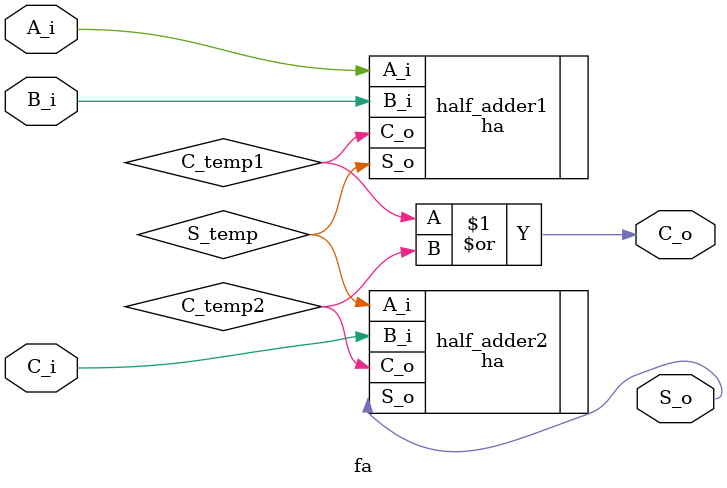
<source format=sv>
/* verilator lint_off UNOPTFLAT */
module fa(
    // input
    input logic A_i ,
                B_i ,
                C_i ,

    // output
    output logic S_o ,
                 C_o 
);
    logic C_temp1 , C_temp2 , S_temp ;

    ha half_adder1 (
        .A_i(A_i) ,
        .B_i(B_i) ,
        .S_o(S_temp) ,
        .C_o(C_temp1)
    );

    ha half_adder2 (
        .A_i(S_temp) ,
        .B_i(C_i) ,
        .S_o(S_o) ,
        .C_o(C_temp2) 
    );

    assign C_o = C_temp1 | C_temp2 ;
    
endmodule : fa

</source>
